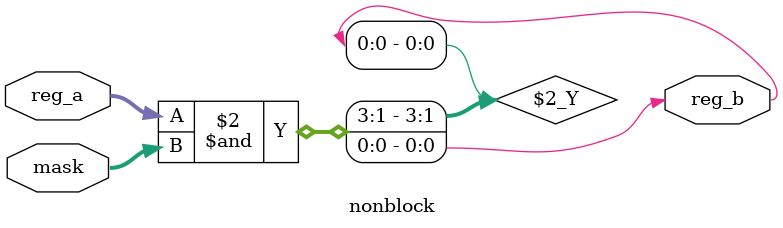
<source format=v>
module nonblock(reg_a,mask,reg_b);
input [3:0] reg_a,mask;
output reg reg_b;
always @(reg_a or mask)
reg_b <= reg_a&mask;
endmodule

</source>
